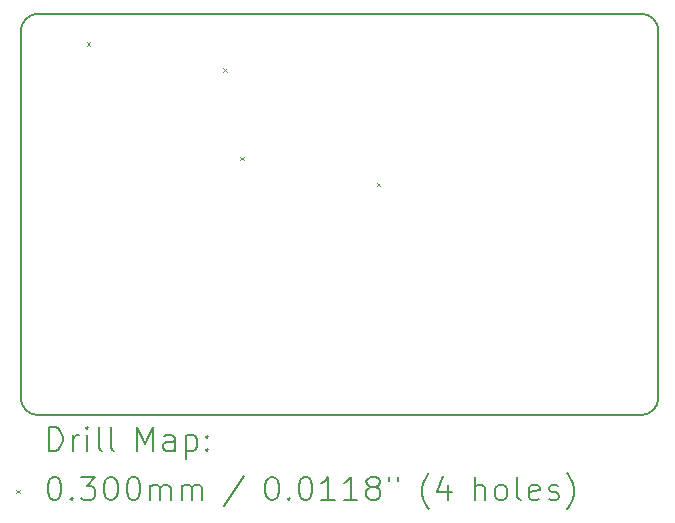
<source format=gbr>
%TF.GenerationSoftware,KiCad,Pcbnew,(7.0.0-0)*%
%TF.CreationDate,2023-02-20T17:02:05+08:00*%
%TF.ProjectId,test,74657374-2e6b-4696-9361-645f70636258,v1.0.0*%
%TF.SameCoordinates,Original*%
%TF.FileFunction,Drillmap*%
%TF.FilePolarity,Positive*%
%FSLAX45Y45*%
G04 Gerber Fmt 4.5, Leading zero omitted, Abs format (unit mm)*
G04 Created by KiCad (PCBNEW (7.0.0-0)) date 2023-02-20 17:02:05*
%MOMM*%
%LPD*%
G01*
G04 APERTURE LIST*
%ADD10C,0.150000*%
%ADD11C,0.200000*%
%ADD12C,0.030000*%
G04 APERTURE END LIST*
D10*
X-750000Y-850000D02*
X4350000Y-850000D01*
X-900000Y-700000D02*
X-900000Y2400000D01*
X-750000Y2550000D02*
X4350000Y2550000D01*
X4500000Y-700000D02*
X4500000Y2400000D01*
X4350000Y-850000D02*
G75*
G03*
X4500000Y-700000I0J150000D01*
G01*
X4500000Y2400000D02*
G75*
G03*
X4350000Y2550000I-150000J0D01*
G01*
X-750000Y2550000D02*
G75*
G03*
X-900000Y2400000I0J-150000D01*
G01*
X-900000Y-700000D02*
G75*
G03*
X-750000Y-850000I150000J0D01*
G01*
D11*
D12*
X-342500Y2310000D02*
X-312500Y2280000D01*
X-312500Y2310000D02*
X-342500Y2280000D01*
X812500Y2090000D02*
X842500Y2060000D01*
X842500Y2090000D02*
X812500Y2060000D01*
X957500Y1340000D02*
X987500Y1310000D01*
X987500Y1340000D02*
X957500Y1310000D01*
X2112500Y1120000D02*
X2142500Y1090000D01*
X2142500Y1120000D02*
X2112500Y1090000D01*
D11*
X-659881Y-1150976D02*
X-659881Y-950976D01*
X-659881Y-950976D02*
X-612262Y-950976D01*
X-612262Y-950976D02*
X-583690Y-960500D01*
X-583690Y-960500D02*
X-564643Y-979548D01*
X-564643Y-979548D02*
X-555119Y-998595D01*
X-555119Y-998595D02*
X-545595Y-1036690D01*
X-545595Y-1036690D02*
X-545595Y-1065262D01*
X-545595Y-1065262D02*
X-555119Y-1103357D01*
X-555119Y-1103357D02*
X-564643Y-1122405D01*
X-564643Y-1122405D02*
X-583690Y-1141452D01*
X-583690Y-1141452D02*
X-612262Y-1150976D01*
X-612262Y-1150976D02*
X-659881Y-1150976D01*
X-459881Y-1150976D02*
X-459881Y-1017643D01*
X-459881Y-1055738D02*
X-450357Y-1036690D01*
X-450357Y-1036690D02*
X-440833Y-1027167D01*
X-440833Y-1027167D02*
X-421786Y-1017643D01*
X-421786Y-1017643D02*
X-402738Y-1017643D01*
X-336071Y-1150976D02*
X-336071Y-1017643D01*
X-336071Y-950976D02*
X-345595Y-960500D01*
X-345595Y-960500D02*
X-336071Y-970024D01*
X-336071Y-970024D02*
X-326548Y-960500D01*
X-326548Y-960500D02*
X-336071Y-950976D01*
X-336071Y-950976D02*
X-336071Y-970024D01*
X-212262Y-1150976D02*
X-231309Y-1141452D01*
X-231309Y-1141452D02*
X-240833Y-1122405D01*
X-240833Y-1122405D02*
X-240833Y-950976D01*
X-107500Y-1150976D02*
X-126548Y-1141452D01*
X-126548Y-1141452D02*
X-136071Y-1122405D01*
X-136071Y-1122405D02*
X-136071Y-950976D01*
X88690Y-1150976D02*
X88690Y-950976D01*
X88690Y-950976D02*
X155357Y-1093833D01*
X155357Y-1093833D02*
X222024Y-950976D01*
X222024Y-950976D02*
X222024Y-1150976D01*
X402976Y-1150976D02*
X402976Y-1046214D01*
X402976Y-1046214D02*
X393452Y-1027167D01*
X393452Y-1027167D02*
X374405Y-1017643D01*
X374405Y-1017643D02*
X336309Y-1017643D01*
X336309Y-1017643D02*
X317262Y-1027167D01*
X402976Y-1141452D02*
X383928Y-1150976D01*
X383928Y-1150976D02*
X336309Y-1150976D01*
X336309Y-1150976D02*
X317262Y-1141452D01*
X317262Y-1141452D02*
X307738Y-1122405D01*
X307738Y-1122405D02*
X307738Y-1103357D01*
X307738Y-1103357D02*
X317262Y-1084310D01*
X317262Y-1084310D02*
X336309Y-1074786D01*
X336309Y-1074786D02*
X383928Y-1074786D01*
X383928Y-1074786D02*
X402976Y-1065262D01*
X498214Y-1017643D02*
X498214Y-1217643D01*
X498214Y-1027167D02*
X517262Y-1017643D01*
X517262Y-1017643D02*
X555357Y-1017643D01*
X555357Y-1017643D02*
X574405Y-1027167D01*
X574405Y-1027167D02*
X583929Y-1036690D01*
X583929Y-1036690D02*
X593452Y-1055738D01*
X593452Y-1055738D02*
X593452Y-1112881D01*
X593452Y-1112881D02*
X583929Y-1131929D01*
X583929Y-1131929D02*
X574405Y-1141452D01*
X574405Y-1141452D02*
X555357Y-1150976D01*
X555357Y-1150976D02*
X517262Y-1150976D01*
X517262Y-1150976D02*
X498214Y-1141452D01*
X679167Y-1131929D02*
X688690Y-1141452D01*
X688690Y-1141452D02*
X679167Y-1150976D01*
X679167Y-1150976D02*
X669643Y-1141452D01*
X669643Y-1141452D02*
X679167Y-1131929D01*
X679167Y-1131929D02*
X679167Y-1150976D01*
X679167Y-1027167D02*
X688690Y-1036690D01*
X688690Y-1036690D02*
X679167Y-1046214D01*
X679167Y-1046214D02*
X669643Y-1036690D01*
X669643Y-1036690D02*
X679167Y-1027167D01*
X679167Y-1027167D02*
X679167Y-1046214D01*
D12*
X-937500Y-1482500D02*
X-907500Y-1512500D01*
X-907500Y-1482500D02*
X-937500Y-1512500D01*
D11*
X-621786Y-1370976D02*
X-602738Y-1370976D01*
X-602738Y-1370976D02*
X-583690Y-1380500D01*
X-583690Y-1380500D02*
X-574167Y-1390024D01*
X-574167Y-1390024D02*
X-564643Y-1409071D01*
X-564643Y-1409071D02*
X-555119Y-1447167D01*
X-555119Y-1447167D02*
X-555119Y-1494786D01*
X-555119Y-1494786D02*
X-564643Y-1532881D01*
X-564643Y-1532881D02*
X-574167Y-1551928D01*
X-574167Y-1551928D02*
X-583690Y-1561452D01*
X-583690Y-1561452D02*
X-602738Y-1570976D01*
X-602738Y-1570976D02*
X-621786Y-1570976D01*
X-621786Y-1570976D02*
X-640833Y-1561452D01*
X-640833Y-1561452D02*
X-650357Y-1551928D01*
X-650357Y-1551928D02*
X-659881Y-1532881D01*
X-659881Y-1532881D02*
X-669405Y-1494786D01*
X-669405Y-1494786D02*
X-669405Y-1447167D01*
X-669405Y-1447167D02*
X-659881Y-1409071D01*
X-659881Y-1409071D02*
X-650357Y-1390024D01*
X-650357Y-1390024D02*
X-640833Y-1380500D01*
X-640833Y-1380500D02*
X-621786Y-1370976D01*
X-469405Y-1551928D02*
X-459881Y-1561452D01*
X-459881Y-1561452D02*
X-469405Y-1570976D01*
X-469405Y-1570976D02*
X-478928Y-1561452D01*
X-478928Y-1561452D02*
X-469405Y-1551928D01*
X-469405Y-1551928D02*
X-469405Y-1570976D01*
X-393214Y-1370976D02*
X-269405Y-1370976D01*
X-269405Y-1370976D02*
X-336071Y-1447167D01*
X-336071Y-1447167D02*
X-307500Y-1447167D01*
X-307500Y-1447167D02*
X-288452Y-1456690D01*
X-288452Y-1456690D02*
X-278929Y-1466214D01*
X-278929Y-1466214D02*
X-269405Y-1485262D01*
X-269405Y-1485262D02*
X-269405Y-1532881D01*
X-269405Y-1532881D02*
X-278929Y-1551928D01*
X-278929Y-1551928D02*
X-288452Y-1561452D01*
X-288452Y-1561452D02*
X-307500Y-1570976D01*
X-307500Y-1570976D02*
X-364643Y-1570976D01*
X-364643Y-1570976D02*
X-383690Y-1561452D01*
X-383690Y-1561452D02*
X-393214Y-1551928D01*
X-145595Y-1370976D02*
X-126547Y-1370976D01*
X-126547Y-1370976D02*
X-107500Y-1380500D01*
X-107500Y-1380500D02*
X-97976Y-1390024D01*
X-97976Y-1390024D02*
X-88452Y-1409071D01*
X-88452Y-1409071D02*
X-78929Y-1447167D01*
X-78929Y-1447167D02*
X-78929Y-1494786D01*
X-78929Y-1494786D02*
X-88452Y-1532881D01*
X-88452Y-1532881D02*
X-97976Y-1551928D01*
X-97976Y-1551928D02*
X-107500Y-1561452D01*
X-107500Y-1561452D02*
X-126547Y-1570976D01*
X-126547Y-1570976D02*
X-145595Y-1570976D01*
X-145595Y-1570976D02*
X-164643Y-1561452D01*
X-164643Y-1561452D02*
X-174167Y-1551928D01*
X-174167Y-1551928D02*
X-183690Y-1532881D01*
X-183690Y-1532881D02*
X-193214Y-1494786D01*
X-193214Y-1494786D02*
X-193214Y-1447167D01*
X-193214Y-1447167D02*
X-183690Y-1409071D01*
X-183690Y-1409071D02*
X-174167Y-1390024D01*
X-174167Y-1390024D02*
X-164643Y-1380500D01*
X-164643Y-1380500D02*
X-145595Y-1370976D01*
X44881Y-1370976D02*
X63929Y-1370976D01*
X63929Y-1370976D02*
X82976Y-1380500D01*
X82976Y-1380500D02*
X92500Y-1390024D01*
X92500Y-1390024D02*
X102024Y-1409071D01*
X102024Y-1409071D02*
X111548Y-1447167D01*
X111548Y-1447167D02*
X111548Y-1494786D01*
X111548Y-1494786D02*
X102024Y-1532881D01*
X102024Y-1532881D02*
X92500Y-1551928D01*
X92500Y-1551928D02*
X82976Y-1561452D01*
X82976Y-1561452D02*
X63929Y-1570976D01*
X63929Y-1570976D02*
X44881Y-1570976D01*
X44881Y-1570976D02*
X25833Y-1561452D01*
X25833Y-1561452D02*
X16309Y-1551928D01*
X16309Y-1551928D02*
X6786Y-1532881D01*
X6786Y-1532881D02*
X-2738Y-1494786D01*
X-2738Y-1494786D02*
X-2738Y-1447167D01*
X-2738Y-1447167D02*
X6786Y-1409071D01*
X6786Y-1409071D02*
X16309Y-1390024D01*
X16309Y-1390024D02*
X25833Y-1380500D01*
X25833Y-1380500D02*
X44881Y-1370976D01*
X197262Y-1570976D02*
X197262Y-1437643D01*
X197262Y-1456690D02*
X206786Y-1447167D01*
X206786Y-1447167D02*
X225833Y-1437643D01*
X225833Y-1437643D02*
X254405Y-1437643D01*
X254405Y-1437643D02*
X273452Y-1447167D01*
X273452Y-1447167D02*
X282976Y-1466214D01*
X282976Y-1466214D02*
X282976Y-1570976D01*
X282976Y-1466214D02*
X292500Y-1447167D01*
X292500Y-1447167D02*
X311548Y-1437643D01*
X311548Y-1437643D02*
X340119Y-1437643D01*
X340119Y-1437643D02*
X359167Y-1447167D01*
X359167Y-1447167D02*
X368690Y-1466214D01*
X368690Y-1466214D02*
X368690Y-1570976D01*
X463929Y-1570976D02*
X463929Y-1437643D01*
X463929Y-1456690D02*
X473452Y-1447167D01*
X473452Y-1447167D02*
X492500Y-1437643D01*
X492500Y-1437643D02*
X521071Y-1437643D01*
X521071Y-1437643D02*
X540119Y-1447167D01*
X540119Y-1447167D02*
X549643Y-1466214D01*
X549643Y-1466214D02*
X549643Y-1570976D01*
X549643Y-1466214D02*
X559167Y-1447167D01*
X559167Y-1447167D02*
X578214Y-1437643D01*
X578214Y-1437643D02*
X606786Y-1437643D01*
X606786Y-1437643D02*
X625833Y-1447167D01*
X625833Y-1447167D02*
X635357Y-1466214D01*
X635357Y-1466214D02*
X635357Y-1570976D01*
X993452Y-1361452D02*
X822024Y-1618595D01*
X1218214Y-1370976D02*
X1237262Y-1370976D01*
X1237262Y-1370976D02*
X1256310Y-1380500D01*
X1256310Y-1380500D02*
X1265833Y-1390024D01*
X1265833Y-1390024D02*
X1275357Y-1409071D01*
X1275357Y-1409071D02*
X1284881Y-1447167D01*
X1284881Y-1447167D02*
X1284881Y-1494786D01*
X1284881Y-1494786D02*
X1275357Y-1532881D01*
X1275357Y-1532881D02*
X1265833Y-1551928D01*
X1265833Y-1551928D02*
X1256310Y-1561452D01*
X1256310Y-1561452D02*
X1237262Y-1570976D01*
X1237262Y-1570976D02*
X1218214Y-1570976D01*
X1218214Y-1570976D02*
X1199167Y-1561452D01*
X1199167Y-1561452D02*
X1189643Y-1551928D01*
X1189643Y-1551928D02*
X1180119Y-1532881D01*
X1180119Y-1532881D02*
X1170595Y-1494786D01*
X1170595Y-1494786D02*
X1170595Y-1447167D01*
X1170595Y-1447167D02*
X1180119Y-1409071D01*
X1180119Y-1409071D02*
X1189643Y-1390024D01*
X1189643Y-1390024D02*
X1199167Y-1380500D01*
X1199167Y-1380500D02*
X1218214Y-1370976D01*
X1370595Y-1551928D02*
X1380119Y-1561452D01*
X1380119Y-1561452D02*
X1370595Y-1570976D01*
X1370595Y-1570976D02*
X1361072Y-1561452D01*
X1361072Y-1561452D02*
X1370595Y-1551928D01*
X1370595Y-1551928D02*
X1370595Y-1570976D01*
X1503929Y-1370976D02*
X1522976Y-1370976D01*
X1522976Y-1370976D02*
X1542024Y-1380500D01*
X1542024Y-1380500D02*
X1551548Y-1390024D01*
X1551548Y-1390024D02*
X1561071Y-1409071D01*
X1561071Y-1409071D02*
X1570595Y-1447167D01*
X1570595Y-1447167D02*
X1570595Y-1494786D01*
X1570595Y-1494786D02*
X1561071Y-1532881D01*
X1561071Y-1532881D02*
X1551548Y-1551928D01*
X1551548Y-1551928D02*
X1542024Y-1561452D01*
X1542024Y-1561452D02*
X1522976Y-1570976D01*
X1522976Y-1570976D02*
X1503929Y-1570976D01*
X1503929Y-1570976D02*
X1484881Y-1561452D01*
X1484881Y-1561452D02*
X1475357Y-1551928D01*
X1475357Y-1551928D02*
X1465833Y-1532881D01*
X1465833Y-1532881D02*
X1456310Y-1494786D01*
X1456310Y-1494786D02*
X1456310Y-1447167D01*
X1456310Y-1447167D02*
X1465833Y-1409071D01*
X1465833Y-1409071D02*
X1475357Y-1390024D01*
X1475357Y-1390024D02*
X1484881Y-1380500D01*
X1484881Y-1380500D02*
X1503929Y-1370976D01*
X1761071Y-1570976D02*
X1646786Y-1570976D01*
X1703929Y-1570976D02*
X1703929Y-1370976D01*
X1703929Y-1370976D02*
X1684881Y-1399548D01*
X1684881Y-1399548D02*
X1665833Y-1418595D01*
X1665833Y-1418595D02*
X1646786Y-1428119D01*
X1951548Y-1570976D02*
X1837262Y-1570976D01*
X1894405Y-1570976D02*
X1894405Y-1370976D01*
X1894405Y-1370976D02*
X1875357Y-1399548D01*
X1875357Y-1399548D02*
X1856310Y-1418595D01*
X1856310Y-1418595D02*
X1837262Y-1428119D01*
X2065833Y-1456690D02*
X2046786Y-1447167D01*
X2046786Y-1447167D02*
X2037262Y-1437643D01*
X2037262Y-1437643D02*
X2027738Y-1418595D01*
X2027738Y-1418595D02*
X2027738Y-1409071D01*
X2027738Y-1409071D02*
X2037262Y-1390024D01*
X2037262Y-1390024D02*
X2046786Y-1380500D01*
X2046786Y-1380500D02*
X2065833Y-1370976D01*
X2065833Y-1370976D02*
X2103929Y-1370976D01*
X2103929Y-1370976D02*
X2122976Y-1380500D01*
X2122976Y-1380500D02*
X2132500Y-1390024D01*
X2132500Y-1390024D02*
X2142024Y-1409071D01*
X2142024Y-1409071D02*
X2142024Y-1418595D01*
X2142024Y-1418595D02*
X2132500Y-1437643D01*
X2132500Y-1437643D02*
X2122976Y-1447167D01*
X2122976Y-1447167D02*
X2103929Y-1456690D01*
X2103929Y-1456690D02*
X2065833Y-1456690D01*
X2065833Y-1456690D02*
X2046786Y-1466214D01*
X2046786Y-1466214D02*
X2037262Y-1475738D01*
X2037262Y-1475738D02*
X2027738Y-1494786D01*
X2027738Y-1494786D02*
X2027738Y-1532881D01*
X2027738Y-1532881D02*
X2037262Y-1551928D01*
X2037262Y-1551928D02*
X2046786Y-1561452D01*
X2046786Y-1561452D02*
X2065833Y-1570976D01*
X2065833Y-1570976D02*
X2103929Y-1570976D01*
X2103929Y-1570976D02*
X2122976Y-1561452D01*
X2122976Y-1561452D02*
X2132500Y-1551928D01*
X2132500Y-1551928D02*
X2142024Y-1532881D01*
X2142024Y-1532881D02*
X2142024Y-1494786D01*
X2142024Y-1494786D02*
X2132500Y-1475738D01*
X2132500Y-1475738D02*
X2122976Y-1466214D01*
X2122976Y-1466214D02*
X2103929Y-1456690D01*
X2218214Y-1370976D02*
X2218214Y-1409071D01*
X2294405Y-1370976D02*
X2294405Y-1409071D01*
X2557262Y-1647167D02*
X2547738Y-1637643D01*
X2547738Y-1637643D02*
X2528691Y-1609071D01*
X2528691Y-1609071D02*
X2519167Y-1590024D01*
X2519167Y-1590024D02*
X2509643Y-1561452D01*
X2509643Y-1561452D02*
X2500119Y-1513833D01*
X2500119Y-1513833D02*
X2500119Y-1475738D01*
X2500119Y-1475738D02*
X2509643Y-1428119D01*
X2509643Y-1428119D02*
X2519167Y-1399548D01*
X2519167Y-1399548D02*
X2528691Y-1380500D01*
X2528691Y-1380500D02*
X2547738Y-1351929D01*
X2547738Y-1351929D02*
X2557262Y-1342405D01*
X2719167Y-1437643D02*
X2719167Y-1570976D01*
X2671548Y-1361452D02*
X2623929Y-1504309D01*
X2623929Y-1504309D02*
X2747738Y-1504309D01*
X2943929Y-1570976D02*
X2943929Y-1370976D01*
X3029643Y-1570976D02*
X3029643Y-1466214D01*
X3029643Y-1466214D02*
X3020119Y-1447167D01*
X3020119Y-1447167D02*
X3001072Y-1437643D01*
X3001072Y-1437643D02*
X2972500Y-1437643D01*
X2972500Y-1437643D02*
X2953452Y-1447167D01*
X2953452Y-1447167D02*
X2943929Y-1456690D01*
X3153452Y-1570976D02*
X3134405Y-1561452D01*
X3134405Y-1561452D02*
X3124881Y-1551928D01*
X3124881Y-1551928D02*
X3115357Y-1532881D01*
X3115357Y-1532881D02*
X3115357Y-1475738D01*
X3115357Y-1475738D02*
X3124881Y-1456690D01*
X3124881Y-1456690D02*
X3134405Y-1447167D01*
X3134405Y-1447167D02*
X3153452Y-1437643D01*
X3153452Y-1437643D02*
X3182024Y-1437643D01*
X3182024Y-1437643D02*
X3201072Y-1447167D01*
X3201072Y-1447167D02*
X3210595Y-1456690D01*
X3210595Y-1456690D02*
X3220119Y-1475738D01*
X3220119Y-1475738D02*
X3220119Y-1532881D01*
X3220119Y-1532881D02*
X3210595Y-1551928D01*
X3210595Y-1551928D02*
X3201072Y-1561452D01*
X3201072Y-1561452D02*
X3182024Y-1570976D01*
X3182024Y-1570976D02*
X3153452Y-1570976D01*
X3334405Y-1570976D02*
X3315357Y-1561452D01*
X3315357Y-1561452D02*
X3305833Y-1542405D01*
X3305833Y-1542405D02*
X3305833Y-1370976D01*
X3486786Y-1561452D02*
X3467738Y-1570976D01*
X3467738Y-1570976D02*
X3429643Y-1570976D01*
X3429643Y-1570976D02*
X3410595Y-1561452D01*
X3410595Y-1561452D02*
X3401072Y-1542405D01*
X3401072Y-1542405D02*
X3401072Y-1466214D01*
X3401072Y-1466214D02*
X3410595Y-1447167D01*
X3410595Y-1447167D02*
X3429643Y-1437643D01*
X3429643Y-1437643D02*
X3467738Y-1437643D01*
X3467738Y-1437643D02*
X3486786Y-1447167D01*
X3486786Y-1447167D02*
X3496310Y-1466214D01*
X3496310Y-1466214D02*
X3496310Y-1485262D01*
X3496310Y-1485262D02*
X3401072Y-1504309D01*
X3572500Y-1561452D02*
X3591548Y-1570976D01*
X3591548Y-1570976D02*
X3629643Y-1570976D01*
X3629643Y-1570976D02*
X3648691Y-1561452D01*
X3648691Y-1561452D02*
X3658214Y-1542405D01*
X3658214Y-1542405D02*
X3658214Y-1532881D01*
X3658214Y-1532881D02*
X3648691Y-1513833D01*
X3648691Y-1513833D02*
X3629643Y-1504309D01*
X3629643Y-1504309D02*
X3601072Y-1504309D01*
X3601072Y-1504309D02*
X3582024Y-1494786D01*
X3582024Y-1494786D02*
X3572500Y-1475738D01*
X3572500Y-1475738D02*
X3572500Y-1466214D01*
X3572500Y-1466214D02*
X3582024Y-1447167D01*
X3582024Y-1447167D02*
X3601072Y-1437643D01*
X3601072Y-1437643D02*
X3629643Y-1437643D01*
X3629643Y-1437643D02*
X3648691Y-1447167D01*
X3724881Y-1647167D02*
X3734405Y-1637643D01*
X3734405Y-1637643D02*
X3753453Y-1609071D01*
X3753453Y-1609071D02*
X3762976Y-1590024D01*
X3762976Y-1590024D02*
X3772500Y-1561452D01*
X3772500Y-1561452D02*
X3782024Y-1513833D01*
X3782024Y-1513833D02*
X3782024Y-1475738D01*
X3782024Y-1475738D02*
X3772500Y-1428119D01*
X3772500Y-1428119D02*
X3762976Y-1399548D01*
X3762976Y-1399548D02*
X3753453Y-1380500D01*
X3753453Y-1380500D02*
X3734405Y-1351929D01*
X3734405Y-1351929D02*
X3724881Y-1342405D01*
M02*

</source>
